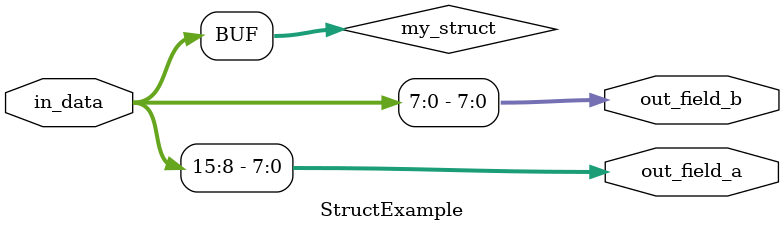
<source format=sv>
module StructExample (
    input logic [15:0] in_data,
    output logic [7:0] out_field_a,
    output logic [7:0] out_field_b
);
    typedef struct packed {
        logic [7:0] field_a;
        logic [7:0] field_b;
    } example_struct_t;
    example_struct_t my_struct;
    always_comb begin
        my_struct     = in_data;
        out_field_a   = my_struct.field_a;
        out_field_b   = my_struct.field_b;
    end
endmodule


</source>
